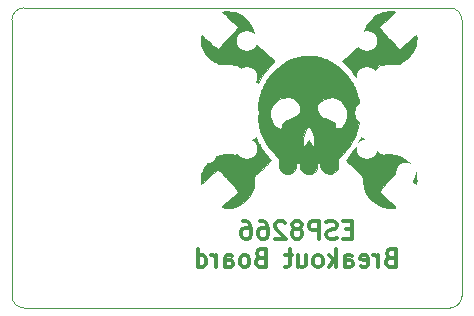
<source format=gbo>
G04 #@! TF.FileFunction,Legend,Bot*
%FSLAX46Y46*%
G04 Gerber Fmt 4.6, Leading zero omitted, Abs format (unit mm)*
G04 Created by KiCad (PCBNEW (2015-07-01 BZR 5850)-product) date Mon Jul 20 16:06:04 2015*
%MOMM*%
G01*
G04 APERTURE LIST*
%ADD10C,0.100000*%
%ADD11C,0.300000*%
%ADD12C,1.524000*%
%ADD13C,1.727200*%
%ADD14O,1.727200X1.727200*%
%ADD15O,1.524000X3.048000*%
%ADD16C,1.998980*%
G04 APERTURE END LIST*
D10*
X165100000Y-77216000D02*
X165100000Y-100584000D01*
X128016000Y-76200000D02*
X164084000Y-76200000D01*
X127000000Y-100584000D02*
X127000000Y-77216000D01*
X164084000Y-101600000D02*
X128016000Y-101600000D01*
X127000000Y-100584000D02*
G75*
G03X128016000Y-101600000I1016000J0D01*
G01*
X128016000Y-76200000D02*
G75*
G03X127000000Y-77216000I0J-1016000D01*
G01*
X165100000Y-77216000D02*
G75*
G03X164084000Y-76200000I-1016000J0D01*
G01*
X164084000Y-101600000D02*
G75*
G03X165100000Y-100584000I0J1016000D01*
G01*
D11*
X155772856Y-94958857D02*
X155272856Y-94958857D01*
X155058570Y-95744571D02*
X155772856Y-95744571D01*
X155772856Y-94244571D01*
X155058570Y-94244571D01*
X154487142Y-95673143D02*
X154272856Y-95744571D01*
X153915713Y-95744571D01*
X153772856Y-95673143D01*
X153701427Y-95601714D01*
X153629999Y-95458857D01*
X153629999Y-95316000D01*
X153701427Y-95173143D01*
X153772856Y-95101714D01*
X153915713Y-95030286D01*
X154201427Y-94958857D01*
X154344285Y-94887429D01*
X154415713Y-94816000D01*
X154487142Y-94673143D01*
X154487142Y-94530286D01*
X154415713Y-94387429D01*
X154344285Y-94316000D01*
X154201427Y-94244571D01*
X153844285Y-94244571D01*
X153629999Y-94316000D01*
X152987142Y-95744571D02*
X152987142Y-94244571D01*
X152415714Y-94244571D01*
X152272856Y-94316000D01*
X152201428Y-94387429D01*
X152129999Y-94530286D01*
X152129999Y-94744571D01*
X152201428Y-94887429D01*
X152272856Y-94958857D01*
X152415714Y-95030286D01*
X152987142Y-95030286D01*
X151272856Y-94887429D02*
X151415714Y-94816000D01*
X151487142Y-94744571D01*
X151558571Y-94601714D01*
X151558571Y-94530286D01*
X151487142Y-94387429D01*
X151415714Y-94316000D01*
X151272856Y-94244571D01*
X150987142Y-94244571D01*
X150844285Y-94316000D01*
X150772856Y-94387429D01*
X150701428Y-94530286D01*
X150701428Y-94601714D01*
X150772856Y-94744571D01*
X150844285Y-94816000D01*
X150987142Y-94887429D01*
X151272856Y-94887429D01*
X151415714Y-94958857D01*
X151487142Y-95030286D01*
X151558571Y-95173143D01*
X151558571Y-95458857D01*
X151487142Y-95601714D01*
X151415714Y-95673143D01*
X151272856Y-95744571D01*
X150987142Y-95744571D01*
X150844285Y-95673143D01*
X150772856Y-95601714D01*
X150701428Y-95458857D01*
X150701428Y-95173143D01*
X150772856Y-95030286D01*
X150844285Y-94958857D01*
X150987142Y-94887429D01*
X150130000Y-94387429D02*
X150058571Y-94316000D01*
X149915714Y-94244571D01*
X149558571Y-94244571D01*
X149415714Y-94316000D01*
X149344285Y-94387429D01*
X149272857Y-94530286D01*
X149272857Y-94673143D01*
X149344285Y-94887429D01*
X150201428Y-95744571D01*
X149272857Y-95744571D01*
X147987143Y-94244571D02*
X148272857Y-94244571D01*
X148415714Y-94316000D01*
X148487143Y-94387429D01*
X148630000Y-94601714D01*
X148701429Y-94887429D01*
X148701429Y-95458857D01*
X148630000Y-95601714D01*
X148558572Y-95673143D01*
X148415714Y-95744571D01*
X148130000Y-95744571D01*
X147987143Y-95673143D01*
X147915714Y-95601714D01*
X147844286Y-95458857D01*
X147844286Y-95101714D01*
X147915714Y-94958857D01*
X147987143Y-94887429D01*
X148130000Y-94816000D01*
X148415714Y-94816000D01*
X148558572Y-94887429D01*
X148630000Y-94958857D01*
X148701429Y-95101714D01*
X146558572Y-94244571D02*
X146844286Y-94244571D01*
X146987143Y-94316000D01*
X147058572Y-94387429D01*
X147201429Y-94601714D01*
X147272858Y-94887429D01*
X147272858Y-95458857D01*
X147201429Y-95601714D01*
X147130001Y-95673143D01*
X146987143Y-95744571D01*
X146701429Y-95744571D01*
X146558572Y-95673143D01*
X146487143Y-95601714D01*
X146415715Y-95458857D01*
X146415715Y-95101714D01*
X146487143Y-94958857D01*
X146558572Y-94887429D01*
X146701429Y-94816000D01*
X146987143Y-94816000D01*
X147130001Y-94887429D01*
X147201429Y-94958857D01*
X147272858Y-95101714D01*
X159022857Y-97358857D02*
X158808571Y-97430286D01*
X158737143Y-97501714D01*
X158665714Y-97644571D01*
X158665714Y-97858857D01*
X158737143Y-98001714D01*
X158808571Y-98073143D01*
X158951429Y-98144571D01*
X159522857Y-98144571D01*
X159522857Y-96644571D01*
X159022857Y-96644571D01*
X158880000Y-96716000D01*
X158808571Y-96787429D01*
X158737143Y-96930286D01*
X158737143Y-97073143D01*
X158808571Y-97216000D01*
X158880000Y-97287429D01*
X159022857Y-97358857D01*
X159522857Y-97358857D01*
X158022857Y-98144571D02*
X158022857Y-97144571D01*
X158022857Y-97430286D02*
X157951429Y-97287429D01*
X157880000Y-97216000D01*
X157737143Y-97144571D01*
X157594286Y-97144571D01*
X156522858Y-98073143D02*
X156665715Y-98144571D01*
X156951429Y-98144571D01*
X157094286Y-98073143D01*
X157165715Y-97930286D01*
X157165715Y-97358857D01*
X157094286Y-97216000D01*
X156951429Y-97144571D01*
X156665715Y-97144571D01*
X156522858Y-97216000D01*
X156451429Y-97358857D01*
X156451429Y-97501714D01*
X157165715Y-97644571D01*
X155165715Y-98144571D02*
X155165715Y-97358857D01*
X155237144Y-97216000D01*
X155380001Y-97144571D01*
X155665715Y-97144571D01*
X155808572Y-97216000D01*
X155165715Y-98073143D02*
X155308572Y-98144571D01*
X155665715Y-98144571D01*
X155808572Y-98073143D01*
X155880001Y-97930286D01*
X155880001Y-97787429D01*
X155808572Y-97644571D01*
X155665715Y-97573143D01*
X155308572Y-97573143D01*
X155165715Y-97501714D01*
X154451429Y-98144571D02*
X154451429Y-96644571D01*
X154308572Y-97573143D02*
X153880001Y-98144571D01*
X153880001Y-97144571D02*
X154451429Y-97716000D01*
X153022857Y-98144571D02*
X153165715Y-98073143D01*
X153237143Y-98001714D01*
X153308572Y-97858857D01*
X153308572Y-97430286D01*
X153237143Y-97287429D01*
X153165715Y-97216000D01*
X153022857Y-97144571D01*
X152808572Y-97144571D01*
X152665715Y-97216000D01*
X152594286Y-97287429D01*
X152522857Y-97430286D01*
X152522857Y-97858857D01*
X152594286Y-98001714D01*
X152665715Y-98073143D01*
X152808572Y-98144571D01*
X153022857Y-98144571D01*
X151237143Y-97144571D02*
X151237143Y-98144571D01*
X151880000Y-97144571D02*
X151880000Y-97930286D01*
X151808572Y-98073143D01*
X151665714Y-98144571D01*
X151451429Y-98144571D01*
X151308572Y-98073143D01*
X151237143Y-98001714D01*
X150737143Y-97144571D02*
X150165714Y-97144571D01*
X150522857Y-96644571D02*
X150522857Y-97930286D01*
X150451429Y-98073143D01*
X150308571Y-98144571D01*
X150165714Y-98144571D01*
X148022857Y-97358857D02*
X147808571Y-97430286D01*
X147737143Y-97501714D01*
X147665714Y-97644571D01*
X147665714Y-97858857D01*
X147737143Y-98001714D01*
X147808571Y-98073143D01*
X147951429Y-98144571D01*
X148522857Y-98144571D01*
X148522857Y-96644571D01*
X148022857Y-96644571D01*
X147880000Y-96716000D01*
X147808571Y-96787429D01*
X147737143Y-96930286D01*
X147737143Y-97073143D01*
X147808571Y-97216000D01*
X147880000Y-97287429D01*
X148022857Y-97358857D01*
X148522857Y-97358857D01*
X146808571Y-98144571D02*
X146951429Y-98073143D01*
X147022857Y-98001714D01*
X147094286Y-97858857D01*
X147094286Y-97430286D01*
X147022857Y-97287429D01*
X146951429Y-97216000D01*
X146808571Y-97144571D01*
X146594286Y-97144571D01*
X146451429Y-97216000D01*
X146380000Y-97287429D01*
X146308571Y-97430286D01*
X146308571Y-97858857D01*
X146380000Y-98001714D01*
X146451429Y-98073143D01*
X146594286Y-98144571D01*
X146808571Y-98144571D01*
X145022857Y-98144571D02*
X145022857Y-97358857D01*
X145094286Y-97216000D01*
X145237143Y-97144571D01*
X145522857Y-97144571D01*
X145665714Y-97216000D01*
X145022857Y-98073143D02*
X145165714Y-98144571D01*
X145522857Y-98144571D01*
X145665714Y-98073143D01*
X145737143Y-97930286D01*
X145737143Y-97787429D01*
X145665714Y-97644571D01*
X145522857Y-97573143D01*
X145165714Y-97573143D01*
X145022857Y-97501714D01*
X144308571Y-98144571D02*
X144308571Y-97144571D01*
X144308571Y-97430286D02*
X144237143Y-97287429D01*
X144165714Y-97216000D01*
X144022857Y-97144571D01*
X143880000Y-97144571D01*
X142737143Y-98144571D02*
X142737143Y-96644571D01*
X142737143Y-98073143D02*
X142880000Y-98144571D01*
X143165714Y-98144571D01*
X143308572Y-98073143D01*
X143380000Y-98001714D01*
X143451429Y-97858857D01*
X143451429Y-97430286D01*
X143380000Y-97287429D01*
X143308572Y-97216000D01*
X143165714Y-97144571D01*
X142880000Y-97144571D01*
X142737143Y-97216000D01*
D10*
G36*
X155254909Y-89122250D02*
X155462580Y-89306996D01*
X155603024Y-89432248D01*
X155804019Y-89611886D01*
X156031560Y-89815510D01*
X156137326Y-89910246D01*
X156341038Y-90091642D01*
X156510400Y-90240347D01*
X156622473Y-90336333D01*
X156652998Y-90360500D01*
X156678641Y-90434266D01*
X156704964Y-90603478D01*
X156727512Y-90836681D01*
X156733954Y-90932000D01*
X156786479Y-91367204D01*
X156898160Y-91730748D01*
X157087800Y-92071388D01*
X157263866Y-92306196D01*
X157439594Y-92491930D01*
X157653075Y-92673497D01*
X157872114Y-92827885D01*
X158064519Y-92932081D01*
X158184096Y-92964000D01*
X158289801Y-92994959D01*
X158316084Y-93027016D01*
X158385924Y-93062500D01*
X158546243Y-93093195D01*
X158760541Y-93116513D01*
X158992315Y-93129869D01*
X159205064Y-93130673D01*
X159362286Y-93116338D01*
X159405266Y-93104228D01*
X159452045Y-93068042D01*
X159437918Y-93009943D01*
X159350397Y-92911274D01*
X159176990Y-92753376D01*
X159161033Y-92739378D01*
X158929910Y-92534824D01*
X158687082Y-92316650D01*
X158509360Y-92154375D01*
X158349198Y-92013337D01*
X158223757Y-91915669D01*
X158166219Y-91884500D01*
X158109418Y-91842540D01*
X158133023Y-91729568D01*
X158228212Y-91564948D01*
X158386164Y-91368041D01*
X158416625Y-91334882D01*
X158686837Y-91043510D01*
X158951254Y-90754041D01*
X159194646Y-90483589D01*
X159401781Y-90249267D01*
X159557427Y-90068190D01*
X159646354Y-89957472D01*
X159658031Y-89940045D01*
X159727244Y-89864659D01*
X159817122Y-89877656D01*
X159956158Y-89984113D01*
X159968664Y-89995375D01*
X160088477Y-90103053D01*
X160270436Y-90265593D01*
X160481641Y-90453624D01*
X160555513Y-90519250D01*
X160762046Y-90704172D01*
X160943345Y-90869288D01*
X161069983Y-90987697D01*
X161097787Y-91014986D01*
X161183496Y-91090298D01*
X161224725Y-91062386D01*
X161248784Y-90978861D01*
X161259510Y-90839984D01*
X161247691Y-90639788D01*
X161219229Y-90416450D01*
X161180025Y-90208150D01*
X161135981Y-90053065D01*
X161095924Y-89990083D01*
X161037930Y-89917455D01*
X161036000Y-89899268D01*
X160989512Y-89764050D01*
X160865714Y-89578753D01*
X160688109Y-89370540D01*
X160480197Y-89166575D01*
X160265480Y-88994019D01*
X160234226Y-88972583D01*
X159828027Y-88749053D01*
X159412732Y-88625996D01*
X158951570Y-88594610D01*
X158713375Y-88608581D01*
X158437233Y-88624841D01*
X158262637Y-88611927D01*
X158167667Y-88568676D01*
X158086372Y-88494895D01*
X157933414Y-88357619D01*
X157732074Y-88177700D01*
X157544987Y-88011000D01*
X157301965Y-87794227D01*
X157069309Y-87585813D01*
X156878208Y-87413745D01*
X156784532Y-87328688D01*
X156648280Y-87207630D01*
X156574802Y-87165350D01*
X156533177Y-87194892D01*
X156502181Y-87265188D01*
X156212607Y-87870603D01*
X155837358Y-88440704D01*
X155462580Y-88892273D01*
X155254909Y-89122250D01*
X155254909Y-89122250D01*
X155254909Y-89122250D01*
G37*
X155254909Y-89122250D02*
X155462580Y-89306996D01*
X155603024Y-89432248D01*
X155804019Y-89611886D01*
X156031560Y-89815510D01*
X156137326Y-89910246D01*
X156341038Y-90091642D01*
X156510400Y-90240347D01*
X156622473Y-90336333D01*
X156652998Y-90360500D01*
X156678641Y-90434266D01*
X156704964Y-90603478D01*
X156727512Y-90836681D01*
X156733954Y-90932000D01*
X156786479Y-91367204D01*
X156898160Y-91730748D01*
X157087800Y-92071388D01*
X157263866Y-92306196D01*
X157439594Y-92491930D01*
X157653075Y-92673497D01*
X157872114Y-92827885D01*
X158064519Y-92932081D01*
X158184096Y-92964000D01*
X158289801Y-92994959D01*
X158316084Y-93027016D01*
X158385924Y-93062500D01*
X158546243Y-93093195D01*
X158760541Y-93116513D01*
X158992315Y-93129869D01*
X159205064Y-93130673D01*
X159362286Y-93116338D01*
X159405266Y-93104228D01*
X159452045Y-93068042D01*
X159437918Y-93009943D01*
X159350397Y-92911274D01*
X159176990Y-92753376D01*
X159161033Y-92739378D01*
X158929910Y-92534824D01*
X158687082Y-92316650D01*
X158509360Y-92154375D01*
X158349198Y-92013337D01*
X158223757Y-91915669D01*
X158166219Y-91884500D01*
X158109418Y-91842540D01*
X158133023Y-91729568D01*
X158228212Y-91564948D01*
X158386164Y-91368041D01*
X158416625Y-91334882D01*
X158686837Y-91043510D01*
X158951254Y-90754041D01*
X159194646Y-90483589D01*
X159401781Y-90249267D01*
X159557427Y-90068190D01*
X159646354Y-89957472D01*
X159658031Y-89940045D01*
X159727244Y-89864659D01*
X159817122Y-89877656D01*
X159956158Y-89984113D01*
X159968664Y-89995375D01*
X160088477Y-90103053D01*
X160270436Y-90265593D01*
X160481641Y-90453624D01*
X160555513Y-90519250D01*
X160762046Y-90704172D01*
X160943345Y-90869288D01*
X161069983Y-90987697D01*
X161097787Y-91014986D01*
X161183496Y-91090298D01*
X161224725Y-91062386D01*
X161248784Y-90978861D01*
X161259510Y-90839984D01*
X161247691Y-90639788D01*
X161219229Y-90416450D01*
X161180025Y-90208150D01*
X161135981Y-90053065D01*
X161095924Y-89990083D01*
X161037930Y-89917455D01*
X161036000Y-89899268D01*
X160989512Y-89764050D01*
X160865714Y-89578753D01*
X160688109Y-89370540D01*
X160480197Y-89166575D01*
X160265480Y-88994019D01*
X160234226Y-88972583D01*
X159828027Y-88749053D01*
X159412732Y-88625996D01*
X158951570Y-88594610D01*
X158713375Y-88608581D01*
X158437233Y-88624841D01*
X158262637Y-88611927D01*
X158167667Y-88568676D01*
X158086372Y-88494895D01*
X157933414Y-88357619D01*
X157732074Y-88177700D01*
X157544987Y-88011000D01*
X157301965Y-87794227D01*
X157069309Y-87585813D01*
X156878208Y-87413745D01*
X156784532Y-87328688D01*
X156648280Y-87207630D01*
X156574802Y-87165350D01*
X156533177Y-87194892D01*
X156502181Y-87265188D01*
X156212607Y-87870603D01*
X155837358Y-88440704D01*
X155462580Y-88892273D01*
X155254909Y-89122250D01*
X155254909Y-89122250D01*
G36*
X143014994Y-90707930D02*
X143033750Y-91117132D01*
X143324260Y-90849941D01*
X143670091Y-90533195D01*
X143962486Y-90268074D01*
X144191420Y-90063543D01*
X144346864Y-89928568D01*
X144416335Y-89873536D01*
X144489416Y-89894635D01*
X144607008Y-89989553D01*
X144666582Y-90051373D01*
X144794451Y-90193622D01*
X144977058Y-90396469D01*
X145184066Y-90626220D01*
X145288000Y-90741500D01*
X145496791Y-90973123D01*
X145697423Y-91195864D01*
X145859101Y-91375526D01*
X145915493Y-91438276D01*
X146036614Y-91601262D01*
X146105648Y-91749927D01*
X146112538Y-91854334D01*
X146065875Y-91885899D01*
X145998223Y-91926466D01*
X145866747Y-92031446D01*
X145700750Y-92177357D01*
X145472806Y-92383348D01*
X145215410Y-92612680D01*
X145044563Y-92762963D01*
X144871584Y-92917018D01*
X144784239Y-93009405D01*
X144771096Y-93060358D01*
X144820727Y-93090109D01*
X144854063Y-93100175D01*
X145048606Y-93130363D01*
X145300359Y-93139711D01*
X145541081Y-93127180D01*
X145637250Y-93112110D01*
X145806700Y-93062634D01*
X145891250Y-93030635D01*
X146039799Y-92970500D01*
X146223160Y-92899597D01*
X146228952Y-92897412D01*
X146415748Y-92793059D01*
X146638675Y-92619505D01*
X146866936Y-92406855D01*
X147069730Y-92185215D01*
X147216258Y-91984689D01*
X147265229Y-91884500D01*
X147331742Y-91726399D01*
X147397018Y-91626578D01*
X147405869Y-91619356D01*
X147437077Y-91540861D01*
X147466715Y-91365981D01*
X147490313Y-91125297D01*
X147498710Y-90984356D01*
X147516211Y-90722818D01*
X147540117Y-90512421D01*
X147566529Y-90383181D01*
X147580102Y-90357921D01*
X147653957Y-90299079D01*
X147800374Y-90174110D01*
X147997694Y-90002046D01*
X148224257Y-89801915D01*
X148458406Y-89592749D01*
X148678482Y-89393576D01*
X148699475Y-89374398D01*
X148979261Y-89118547D01*
X148781423Y-88898148D01*
X148598324Y-88684381D01*
X148413844Y-88452598D01*
X148246115Y-88227653D01*
X148113265Y-88034398D01*
X148033427Y-87897685D01*
X148018500Y-87852384D01*
X147974149Y-87745519D01*
X147933528Y-87702029D01*
X147862296Y-87599089D01*
X147789402Y-87429431D01*
X147771585Y-87374606D01*
X147694616Y-87117704D01*
X147491433Y-87303586D01*
X147361196Y-87420700D01*
X147163607Y-87595951D01*
X146927160Y-87804153D01*
X146716750Y-87988358D01*
X146488819Y-88190152D01*
X146294991Y-88367029D01*
X146156273Y-88499463D01*
X146094402Y-88566747D01*
X146028568Y-88606195D01*
X145884401Y-88621668D01*
X145642368Y-88614463D01*
X145512593Y-88605432D01*
X145069776Y-88593822D01*
X144701077Y-88641954D01*
X144363556Y-88760308D01*
X144014276Y-88959367D01*
X143986090Y-88978054D01*
X143712407Y-89183882D01*
X143496060Y-89408105D01*
X143306539Y-89687600D01*
X143143719Y-89996239D01*
X143053801Y-90219217D01*
X143015052Y-90441240D01*
X143014994Y-90707930D01*
X143014994Y-90707930D01*
X143014994Y-90707930D01*
G37*
X143014994Y-90707930D02*
X143033750Y-91117132D01*
X143324260Y-90849941D01*
X143670091Y-90533195D01*
X143962486Y-90268074D01*
X144191420Y-90063543D01*
X144346864Y-89928568D01*
X144416335Y-89873536D01*
X144489416Y-89894635D01*
X144607008Y-89989553D01*
X144666582Y-90051373D01*
X144794451Y-90193622D01*
X144977058Y-90396469D01*
X145184066Y-90626220D01*
X145288000Y-90741500D01*
X145496791Y-90973123D01*
X145697423Y-91195864D01*
X145859101Y-91375526D01*
X145915493Y-91438276D01*
X146036614Y-91601262D01*
X146105648Y-91749927D01*
X146112538Y-91854334D01*
X146065875Y-91885899D01*
X145998223Y-91926466D01*
X145866747Y-92031446D01*
X145700750Y-92177357D01*
X145472806Y-92383348D01*
X145215410Y-92612680D01*
X145044563Y-92762963D01*
X144871584Y-92917018D01*
X144784239Y-93009405D01*
X144771096Y-93060358D01*
X144820727Y-93090109D01*
X144854063Y-93100175D01*
X145048606Y-93130363D01*
X145300359Y-93139711D01*
X145541081Y-93127180D01*
X145637250Y-93112110D01*
X145806700Y-93062634D01*
X145891250Y-93030635D01*
X146039799Y-92970500D01*
X146223160Y-92899597D01*
X146228952Y-92897412D01*
X146415748Y-92793059D01*
X146638675Y-92619505D01*
X146866936Y-92406855D01*
X147069730Y-92185215D01*
X147216258Y-91984689D01*
X147265229Y-91884500D01*
X147331742Y-91726399D01*
X147397018Y-91626578D01*
X147405869Y-91619356D01*
X147437077Y-91540861D01*
X147466715Y-91365981D01*
X147490313Y-91125297D01*
X147498710Y-90984356D01*
X147516211Y-90722818D01*
X147540117Y-90512421D01*
X147566529Y-90383181D01*
X147580102Y-90357921D01*
X147653957Y-90299079D01*
X147800374Y-90174110D01*
X147997694Y-90002046D01*
X148224257Y-89801915D01*
X148458406Y-89592749D01*
X148678482Y-89393576D01*
X148699475Y-89374398D01*
X148979261Y-89118547D01*
X148781423Y-88898148D01*
X148598324Y-88684381D01*
X148413844Y-88452598D01*
X148246115Y-88227653D01*
X148113265Y-88034398D01*
X148033427Y-87897685D01*
X148018500Y-87852384D01*
X147974149Y-87745519D01*
X147933528Y-87702029D01*
X147862296Y-87599089D01*
X147789402Y-87429431D01*
X147771585Y-87374606D01*
X147694616Y-87117704D01*
X147491433Y-87303586D01*
X147361196Y-87420700D01*
X147163607Y-87595951D01*
X146927160Y-87804153D01*
X146716750Y-87988358D01*
X146488819Y-88190152D01*
X146294991Y-88367029D01*
X146156273Y-88499463D01*
X146094402Y-88566747D01*
X146028568Y-88606195D01*
X145884401Y-88621668D01*
X145642368Y-88614463D01*
X145512593Y-88605432D01*
X145069776Y-88593822D01*
X144701077Y-88641954D01*
X144363556Y-88760308D01*
X144014276Y-88959367D01*
X143986090Y-88978054D01*
X143712407Y-89183882D01*
X143496060Y-89408105D01*
X143306539Y-89687600D01*
X143143719Y-89996239D01*
X143053801Y-90219217D01*
X143015052Y-90441240D01*
X143014994Y-90707930D01*
X143014994Y-90707930D01*
G36*
X147857595Y-85054923D02*
X147860360Y-85405151D01*
X147868945Y-85730298D01*
X147883358Y-86005039D01*
X147903606Y-86204049D01*
X147929693Y-86302004D01*
X147930190Y-86302653D01*
X147991331Y-86426096D01*
X148039772Y-86598303D01*
X148039940Y-86599188D01*
X148150899Y-86966974D01*
X148344750Y-87381069D01*
X148603133Y-87811120D01*
X148844000Y-88139856D01*
X148844000Y-85225179D01*
X148896402Y-84880395D01*
X149039725Y-84541844D01*
X149253141Y-84236221D01*
X149515825Y-83990217D01*
X149806952Y-83830525D01*
X149963486Y-83790334D01*
X150390449Y-83776236D01*
X150760980Y-83872922D01*
X151041629Y-84046286D01*
X151292377Y-84305970D01*
X151418102Y-84577463D01*
X151422044Y-84856536D01*
X151383168Y-84997788D01*
X151313719Y-85119993D01*
X151197298Y-85235456D01*
X151017506Y-85356481D01*
X150757945Y-85495373D01*
X150402216Y-85664435D01*
X150256947Y-85730749D01*
X150061048Y-85829216D01*
X149952633Y-85919189D01*
X149899062Y-86033385D01*
X149883482Y-86105082D01*
X149849537Y-86266934D01*
X149819274Y-86369558D01*
X149816163Y-86375875D01*
X149722340Y-86427573D01*
X149569847Y-86399001D01*
X149389336Y-86300165D01*
X149263763Y-86195542D01*
X149118042Y-86024935D01*
X149015439Y-85851509D01*
X148991820Y-85781471D01*
X148948196Y-85637408D01*
X148899299Y-85561181D01*
X148866718Y-85482706D01*
X148846851Y-85322384D01*
X148844000Y-85225179D01*
X148844000Y-88139856D01*
X148907686Y-88226776D01*
X149240048Y-88597684D01*
X149262068Y-88619414D01*
X149656596Y-89005579D01*
X149628805Y-89413164D01*
X149624602Y-89685850D01*
X149669997Y-89876621D01*
X149785005Y-90027068D01*
X149989638Y-90178785D01*
X150000641Y-90185901D01*
X150242609Y-90284646D01*
X150497716Y-90267300D01*
X150678097Y-90195925D01*
X150917325Y-90017761D01*
X151048838Y-89772959D01*
X151078396Y-89575443D01*
X151096459Y-89420254D01*
X151151022Y-89355463D01*
X151235539Y-89344500D01*
X151334045Y-89361831D01*
X151376709Y-89437777D01*
X151386113Y-89582625D01*
X151431707Y-89823837D01*
X151574492Y-90027474D01*
X151638033Y-90076784D01*
X151638033Y-87487125D01*
X151658897Y-87229427D01*
X151713968Y-86943297D01*
X151792015Y-86669426D01*
X151881810Y-86448506D01*
X151955679Y-86336074D01*
X152051799Y-86308211D01*
X152172451Y-86321245D01*
X152286468Y-86377825D01*
X152362226Y-86500191D01*
X152407160Y-86647875D01*
X152461302Y-86825598D01*
X152515142Y-86945115D01*
X152534811Y-86968076D01*
X152562576Y-87044313D01*
X152582530Y-87211806D01*
X152590491Y-87434862D01*
X152590500Y-87443247D01*
X152586782Y-87676187D01*
X152570639Y-87809264D01*
X152534590Y-87869518D01*
X152471151Y-87883990D01*
X152468546Y-87884000D01*
X152359726Y-87830462D01*
X152305714Y-87697887D01*
X152248577Y-87539203D01*
X152179543Y-87440987D01*
X152114637Y-87420353D01*
X152049509Y-87488619D01*
X151980904Y-87627099D01*
X151872980Y-87810237D01*
X151763754Y-87883311D01*
X151752780Y-87884000D01*
X151689211Y-87866792D01*
X151654299Y-87796693D01*
X151640032Y-87645986D01*
X151638033Y-87487125D01*
X151638033Y-90076784D01*
X151778641Y-90185901D01*
X152029251Y-90280990D01*
X152285678Y-90268758D01*
X152521233Y-90164651D01*
X152709227Y-89984117D01*
X152803812Y-89783285D01*
X152803812Y-84564823D01*
X152839832Y-84463723D01*
X153073558Y-84153862D01*
X153384314Y-83927950D01*
X153745087Y-83797710D01*
X154128862Y-83774860D01*
X154340778Y-83812535D01*
X154600120Y-83925752D01*
X154856877Y-84109371D01*
X155071097Y-84329129D01*
X155202829Y-84550763D01*
X155203396Y-84552320D01*
X155267633Y-84695840D01*
X155324848Y-84769795D01*
X155333757Y-84772500D01*
X155363006Y-84829055D01*
X155379407Y-84972368D01*
X155383548Y-85162910D01*
X155376016Y-85361152D01*
X155357401Y-85527564D01*
X155328290Y-85622617D01*
X155321000Y-85629750D01*
X155268723Y-85718803D01*
X155257500Y-85799718D01*
X155214552Y-85915566D01*
X155104188Y-86073383D01*
X155006467Y-86181474D01*
X154831232Y-86337032D01*
X154692010Y-86406406D01*
X154578594Y-86412129D01*
X154456741Y-86378344D01*
X154393301Y-86287952D01*
X154363259Y-86152923D01*
X154332272Y-85993175D01*
X154304035Y-85898473D01*
X154299008Y-85890870D01*
X154214342Y-85840772D01*
X154055202Y-85763552D01*
X153861952Y-85676916D01*
X153674955Y-85598569D01*
X153534575Y-85546217D01*
X153486568Y-85534500D01*
X153432948Y-85527556D01*
X153369020Y-85494621D01*
X153268731Y-85417537D01*
X153106025Y-85278144D01*
X153055890Y-85234361D01*
X152894279Y-85032267D01*
X152806222Y-84794711D01*
X152803812Y-84564823D01*
X152803812Y-89783285D01*
X152822972Y-89742603D01*
X152844500Y-89568984D01*
X152859238Y-89413597D01*
X152914836Y-89350997D01*
X152964434Y-89344500D01*
X153057979Y-89385055D01*
X153116446Y-89522348D01*
X153127803Y-89576033D01*
X153235263Y-89892323D01*
X153425083Y-90116509D01*
X153559079Y-90200253D01*
X153848691Y-90284284D01*
X154127170Y-90249956D01*
X154223741Y-90206482D01*
X154448502Y-90033715D01*
X154575495Y-89807672D01*
X154615417Y-89506278D01*
X154612384Y-89404235D01*
X154590750Y-89022393D01*
X155003500Y-88595282D01*
X155324614Y-88248115D01*
X155564901Y-87950253D01*
X155744517Y-87673983D01*
X155883614Y-87391591D01*
X155890209Y-87376000D01*
X155975598Y-87192619D01*
X156045859Y-87058500D01*
X156116572Y-86888659D01*
X156174379Y-86678244D01*
X156180704Y-86645750D01*
X156223664Y-86465719D01*
X156272956Y-86336437D01*
X156284430Y-86318550D01*
X156329594Y-86196154D01*
X156364450Y-85973917D01*
X156388937Y-85678407D01*
X156402996Y-85336187D01*
X156406565Y-84973825D01*
X156399585Y-84617884D01*
X156381996Y-84294932D01*
X156353736Y-84031532D01*
X156314746Y-83854251D01*
X156290135Y-83804823D01*
X156237916Y-83692763D01*
X156189846Y-83517888D01*
X156182037Y-83478011D01*
X156118814Y-83248691D01*
X156024497Y-83020883D01*
X156015007Y-83002701D01*
X155937795Y-82848344D01*
X155895334Y-82743443D01*
X155892500Y-82728385D01*
X155860172Y-82652177D01*
X155778536Y-82512864D01*
X155732586Y-82441694D01*
X155615505Y-82263425D01*
X155516611Y-82109762D01*
X155494461Y-82074455D01*
X155360817Y-81898263D01*
X155163328Y-81686914D01*
X154923856Y-81458770D01*
X154664261Y-81232191D01*
X154406405Y-81025540D01*
X154172149Y-80857176D01*
X153983352Y-80745462D01*
X153868137Y-80708500D01*
X153800406Y-80668772D01*
X153797000Y-80651333D01*
X153740701Y-80606443D01*
X153595846Y-80551728D01*
X153463625Y-80516017D01*
X153257992Y-80458840D01*
X153096450Y-80398017D01*
X153041116Y-80366809D01*
X152939415Y-80336346D01*
X152741250Y-80314177D01*
X152476769Y-80300287D01*
X152176117Y-80294660D01*
X151869440Y-80297279D01*
X151586884Y-80308129D01*
X151358594Y-80327194D01*
X151214718Y-80354458D01*
X151187385Y-80367792D01*
X151065214Y-80430656D01*
X150891772Y-80483992D01*
X150883296Y-80485847D01*
X150637917Y-80567359D01*
X150315102Y-80719750D01*
X149935410Y-80933118D01*
X149860000Y-80978836D01*
X149724990Y-81080532D01*
X149532067Y-81249132D01*
X149309073Y-81457861D01*
X149083847Y-81679944D01*
X148884230Y-81888606D01*
X148738062Y-82057073D01*
X148735584Y-82060218D01*
X148629147Y-82220991D01*
X148497355Y-82455724D01*
X148357141Y-82729647D01*
X148225435Y-83007991D01*
X148119168Y-83255987D01*
X148055271Y-83438864D01*
X148047257Y-83473782D01*
X148000729Y-83658139D01*
X147943112Y-83795929D01*
X147930846Y-83813944D01*
X147904608Y-83909702D01*
X147884157Y-84107004D01*
X147869500Y-84380525D01*
X147860644Y-84704940D01*
X147857595Y-85054923D01*
X147857595Y-85054923D01*
X147857595Y-85054923D01*
G37*
X147857595Y-85054923D02*
X147860360Y-85405151D01*
X147868945Y-85730298D01*
X147883358Y-86005039D01*
X147903606Y-86204049D01*
X147929693Y-86302004D01*
X147930190Y-86302653D01*
X147991331Y-86426096D01*
X148039772Y-86598303D01*
X148039940Y-86599188D01*
X148150899Y-86966974D01*
X148344750Y-87381069D01*
X148603133Y-87811120D01*
X148844000Y-88139856D01*
X148844000Y-85225179D01*
X148896402Y-84880395D01*
X149039725Y-84541844D01*
X149253141Y-84236221D01*
X149515825Y-83990217D01*
X149806952Y-83830525D01*
X149963486Y-83790334D01*
X150390449Y-83776236D01*
X150760980Y-83872922D01*
X151041629Y-84046286D01*
X151292377Y-84305970D01*
X151418102Y-84577463D01*
X151422044Y-84856536D01*
X151383168Y-84997788D01*
X151313719Y-85119993D01*
X151197298Y-85235456D01*
X151017506Y-85356481D01*
X150757945Y-85495373D01*
X150402216Y-85664435D01*
X150256947Y-85730749D01*
X150061048Y-85829216D01*
X149952633Y-85919189D01*
X149899062Y-86033385D01*
X149883482Y-86105082D01*
X149849537Y-86266934D01*
X149819274Y-86369558D01*
X149816163Y-86375875D01*
X149722340Y-86427573D01*
X149569847Y-86399001D01*
X149389336Y-86300165D01*
X149263763Y-86195542D01*
X149118042Y-86024935D01*
X149015439Y-85851509D01*
X148991820Y-85781471D01*
X148948196Y-85637408D01*
X148899299Y-85561181D01*
X148866718Y-85482706D01*
X148846851Y-85322384D01*
X148844000Y-85225179D01*
X148844000Y-88139856D01*
X148907686Y-88226776D01*
X149240048Y-88597684D01*
X149262068Y-88619414D01*
X149656596Y-89005579D01*
X149628805Y-89413164D01*
X149624602Y-89685850D01*
X149669997Y-89876621D01*
X149785005Y-90027068D01*
X149989638Y-90178785D01*
X150000641Y-90185901D01*
X150242609Y-90284646D01*
X150497716Y-90267300D01*
X150678097Y-90195925D01*
X150917325Y-90017761D01*
X151048838Y-89772959D01*
X151078396Y-89575443D01*
X151096459Y-89420254D01*
X151151022Y-89355463D01*
X151235539Y-89344500D01*
X151334045Y-89361831D01*
X151376709Y-89437777D01*
X151386113Y-89582625D01*
X151431707Y-89823837D01*
X151574492Y-90027474D01*
X151638033Y-90076784D01*
X151638033Y-87487125D01*
X151658897Y-87229427D01*
X151713968Y-86943297D01*
X151792015Y-86669426D01*
X151881810Y-86448506D01*
X151955679Y-86336074D01*
X152051799Y-86308211D01*
X152172451Y-86321245D01*
X152286468Y-86377825D01*
X152362226Y-86500191D01*
X152407160Y-86647875D01*
X152461302Y-86825598D01*
X152515142Y-86945115D01*
X152534811Y-86968076D01*
X152562576Y-87044313D01*
X152582530Y-87211806D01*
X152590491Y-87434862D01*
X152590500Y-87443247D01*
X152586782Y-87676187D01*
X152570639Y-87809264D01*
X152534590Y-87869518D01*
X152471151Y-87883990D01*
X152468546Y-87884000D01*
X152359726Y-87830462D01*
X152305714Y-87697887D01*
X152248577Y-87539203D01*
X152179543Y-87440987D01*
X152114637Y-87420353D01*
X152049509Y-87488619D01*
X151980904Y-87627099D01*
X151872980Y-87810237D01*
X151763754Y-87883311D01*
X151752780Y-87884000D01*
X151689211Y-87866792D01*
X151654299Y-87796693D01*
X151640032Y-87645986D01*
X151638033Y-87487125D01*
X151638033Y-90076784D01*
X151778641Y-90185901D01*
X152029251Y-90280990D01*
X152285678Y-90268758D01*
X152521233Y-90164651D01*
X152709227Y-89984117D01*
X152803812Y-89783285D01*
X152803812Y-84564823D01*
X152839832Y-84463723D01*
X153073558Y-84153862D01*
X153384314Y-83927950D01*
X153745087Y-83797710D01*
X154128862Y-83774860D01*
X154340778Y-83812535D01*
X154600120Y-83925752D01*
X154856877Y-84109371D01*
X155071097Y-84329129D01*
X155202829Y-84550763D01*
X155203396Y-84552320D01*
X155267633Y-84695840D01*
X155324848Y-84769795D01*
X155333757Y-84772500D01*
X155363006Y-84829055D01*
X155379407Y-84972368D01*
X155383548Y-85162910D01*
X155376016Y-85361152D01*
X155357401Y-85527564D01*
X155328290Y-85622617D01*
X155321000Y-85629750D01*
X155268723Y-85718803D01*
X155257500Y-85799718D01*
X155214552Y-85915566D01*
X155104188Y-86073383D01*
X155006467Y-86181474D01*
X154831232Y-86337032D01*
X154692010Y-86406406D01*
X154578594Y-86412129D01*
X154456741Y-86378344D01*
X154393301Y-86287952D01*
X154363259Y-86152923D01*
X154332272Y-85993175D01*
X154304035Y-85898473D01*
X154299008Y-85890870D01*
X154214342Y-85840772D01*
X154055202Y-85763552D01*
X153861952Y-85676916D01*
X153674955Y-85598569D01*
X153534575Y-85546217D01*
X153486568Y-85534500D01*
X153432948Y-85527556D01*
X153369020Y-85494621D01*
X153268731Y-85417537D01*
X153106025Y-85278144D01*
X153055890Y-85234361D01*
X152894279Y-85032267D01*
X152806222Y-84794711D01*
X152803812Y-84564823D01*
X152803812Y-89783285D01*
X152822972Y-89742603D01*
X152844500Y-89568984D01*
X152859238Y-89413597D01*
X152914836Y-89350997D01*
X152964434Y-89344500D01*
X153057979Y-89385055D01*
X153116446Y-89522348D01*
X153127803Y-89576033D01*
X153235263Y-89892323D01*
X153425083Y-90116509D01*
X153559079Y-90200253D01*
X153848691Y-90284284D01*
X154127170Y-90249956D01*
X154223741Y-90206482D01*
X154448502Y-90033715D01*
X154575495Y-89807672D01*
X154615417Y-89506278D01*
X154612384Y-89404235D01*
X154590750Y-89022393D01*
X155003500Y-88595282D01*
X155324614Y-88248115D01*
X155564901Y-87950253D01*
X155744517Y-87673983D01*
X155883614Y-87391591D01*
X155890209Y-87376000D01*
X155975598Y-87192619D01*
X156045859Y-87058500D01*
X156116572Y-86888659D01*
X156174379Y-86678244D01*
X156180704Y-86645750D01*
X156223664Y-86465719D01*
X156272956Y-86336437D01*
X156284430Y-86318550D01*
X156329594Y-86196154D01*
X156364450Y-85973917D01*
X156388937Y-85678407D01*
X156402996Y-85336187D01*
X156406565Y-84973825D01*
X156399585Y-84617884D01*
X156381996Y-84294932D01*
X156353736Y-84031532D01*
X156314746Y-83854251D01*
X156290135Y-83804823D01*
X156237916Y-83692763D01*
X156189846Y-83517888D01*
X156182037Y-83478011D01*
X156118814Y-83248691D01*
X156024497Y-83020883D01*
X156015007Y-83002701D01*
X155937795Y-82848344D01*
X155895334Y-82743443D01*
X155892500Y-82728385D01*
X155860172Y-82652177D01*
X155778536Y-82512864D01*
X155732586Y-82441694D01*
X155615505Y-82263425D01*
X155516611Y-82109762D01*
X155494461Y-82074455D01*
X155360817Y-81898263D01*
X155163328Y-81686914D01*
X154923856Y-81458770D01*
X154664261Y-81232191D01*
X154406405Y-81025540D01*
X154172149Y-80857176D01*
X153983352Y-80745462D01*
X153868137Y-80708500D01*
X153800406Y-80668772D01*
X153797000Y-80651333D01*
X153740701Y-80606443D01*
X153595846Y-80551728D01*
X153463625Y-80516017D01*
X153257992Y-80458840D01*
X153096450Y-80398017D01*
X153041116Y-80366809D01*
X152939415Y-80336346D01*
X152741250Y-80314177D01*
X152476769Y-80300287D01*
X152176117Y-80294660D01*
X151869440Y-80297279D01*
X151586884Y-80308129D01*
X151358594Y-80327194D01*
X151214718Y-80354458D01*
X151187385Y-80367792D01*
X151065214Y-80430656D01*
X150891772Y-80483992D01*
X150883296Y-80485847D01*
X150637917Y-80567359D01*
X150315102Y-80719750D01*
X149935410Y-80933118D01*
X149860000Y-80978836D01*
X149724990Y-81080532D01*
X149532067Y-81249132D01*
X149309073Y-81457861D01*
X149083847Y-81679944D01*
X148884230Y-81888606D01*
X148738062Y-82057073D01*
X148735584Y-82060218D01*
X148629147Y-82220991D01*
X148497355Y-82455724D01*
X148357141Y-82729647D01*
X148225435Y-83007991D01*
X148119168Y-83255987D01*
X148055271Y-83438864D01*
X148047257Y-83473782D01*
X148000729Y-83658139D01*
X147943112Y-83795929D01*
X147930846Y-83813944D01*
X147904608Y-83909702D01*
X147884157Y-84107004D01*
X147869500Y-84380525D01*
X147860644Y-84704940D01*
X147857595Y-85054923D01*
X147857595Y-85054923D01*
G36*
X154957013Y-80705474D02*
X155391040Y-81150837D01*
X155591553Y-81365741D01*
X155766499Y-81569789D01*
X155889786Y-81731813D01*
X155923915Y-81787350D01*
X156003749Y-81916583D01*
X156067126Y-81977747D01*
X156071875Y-81978500D01*
X156123466Y-82031965D01*
X156187452Y-82163691D01*
X156199100Y-82194514D01*
X156294961Y-82406535D01*
X156394493Y-82498562D01*
X156513045Y-82477065D01*
X156635900Y-82378597D01*
X156750517Y-82271523D01*
X156937253Y-82101962D01*
X157172631Y-81891040D01*
X157433178Y-81659880D01*
X157503707Y-81597696D01*
X158188643Y-80994642D01*
X158929697Y-80992883D01*
X159256045Y-80989848D01*
X159487100Y-80979114D01*
X159654544Y-80955501D01*
X159790060Y-80913827D01*
X159925330Y-80848909D01*
X159974364Y-80822033D01*
X160185246Y-80694905D01*
X160378278Y-80562799D01*
X160450614Y-80506096D01*
X160590666Y-80367384D01*
X160743721Y-80186576D01*
X160885265Y-79996717D01*
X160990780Y-79830853D01*
X161035752Y-79722030D01*
X161036000Y-79717032D01*
X161081367Y-79628534D01*
X161102650Y-79617366D01*
X161146674Y-79545907D01*
X161189700Y-79385257D01*
X161226697Y-79173159D01*
X161252630Y-78947357D01*
X161262469Y-78745596D01*
X161251179Y-78605620D01*
X161241225Y-78578066D01*
X161194886Y-78534409D01*
X161121256Y-78557113D01*
X160995671Y-78657350D01*
X160926362Y-78720731D01*
X160674376Y-78952341D01*
X160423654Y-79177786D01*
X160193482Y-79380260D01*
X160003149Y-79542960D01*
X159871941Y-79649082D01*
X159823433Y-79681633D01*
X159755609Y-79648829D01*
X159633502Y-79542622D01*
X159496974Y-79400552D01*
X159314833Y-79199809D01*
X159091939Y-78957552D01*
X158874914Y-78724433D01*
X158864106Y-78712918D01*
X158579982Y-78408130D01*
X158374064Y-78181283D01*
X158235670Y-78019610D01*
X158154118Y-77910343D01*
X158118728Y-77840716D01*
X158115000Y-77817526D01*
X158160257Y-77741564D01*
X158278846Y-77613945D01*
X158443340Y-77463838D01*
X158642062Y-77291908D01*
X158826848Y-77127507D01*
X158938410Y-77024404D01*
X159113675Y-76865929D01*
X159286515Y-76721890D01*
X159394141Y-76619088D01*
X159430205Y-76545867D01*
X159425765Y-76537097D01*
X159316217Y-76498033D01*
X159118646Y-76486536D01*
X158868352Y-76499846D01*
X158600639Y-76535206D01*
X158350809Y-76589853D01*
X158223246Y-76631108D01*
X158004412Y-76718544D01*
X157843087Y-76798908D01*
X157700615Y-76898181D01*
X157538339Y-77042346D01*
X157373776Y-77202054D01*
X157063064Y-77574928D01*
X156859196Y-77986730D01*
X156750954Y-78462759D01*
X156733875Y-78644750D01*
X156713181Y-78903983D01*
X156684124Y-79073216D01*
X156633975Y-79189369D01*
X156550006Y-79289366D01*
X156493101Y-79343250D01*
X156254656Y-79560734D01*
X155987756Y-79801839D01*
X155717647Y-80044002D01*
X155469572Y-80264662D01*
X155268777Y-80441258D01*
X155154882Y-80539236D01*
X154957013Y-80705474D01*
X154957013Y-80705474D01*
X154957013Y-80705474D01*
G37*
X154957013Y-80705474D02*
X155391040Y-81150837D01*
X155591553Y-81365741D01*
X155766499Y-81569789D01*
X155889786Y-81731813D01*
X155923915Y-81787350D01*
X156003749Y-81916583D01*
X156067126Y-81977747D01*
X156071875Y-81978500D01*
X156123466Y-82031965D01*
X156187452Y-82163691D01*
X156199100Y-82194514D01*
X156294961Y-82406535D01*
X156394493Y-82498562D01*
X156513045Y-82477065D01*
X156635900Y-82378597D01*
X156750517Y-82271523D01*
X156937253Y-82101962D01*
X157172631Y-81891040D01*
X157433178Y-81659880D01*
X157503707Y-81597696D01*
X158188643Y-80994642D01*
X158929697Y-80992883D01*
X159256045Y-80989848D01*
X159487100Y-80979114D01*
X159654544Y-80955501D01*
X159790060Y-80913827D01*
X159925330Y-80848909D01*
X159974364Y-80822033D01*
X160185246Y-80694905D01*
X160378278Y-80562799D01*
X160450614Y-80506096D01*
X160590666Y-80367384D01*
X160743721Y-80186576D01*
X160885265Y-79996717D01*
X160990780Y-79830853D01*
X161035752Y-79722030D01*
X161036000Y-79717032D01*
X161081367Y-79628534D01*
X161102650Y-79617366D01*
X161146674Y-79545907D01*
X161189700Y-79385257D01*
X161226697Y-79173159D01*
X161252630Y-78947357D01*
X161262469Y-78745596D01*
X161251179Y-78605620D01*
X161241225Y-78578066D01*
X161194886Y-78534409D01*
X161121256Y-78557113D01*
X160995671Y-78657350D01*
X160926362Y-78720731D01*
X160674376Y-78952341D01*
X160423654Y-79177786D01*
X160193482Y-79380260D01*
X160003149Y-79542960D01*
X159871941Y-79649082D01*
X159823433Y-79681633D01*
X159755609Y-79648829D01*
X159633502Y-79542622D01*
X159496974Y-79400552D01*
X159314833Y-79199809D01*
X159091939Y-78957552D01*
X158874914Y-78724433D01*
X158864106Y-78712918D01*
X158579982Y-78408130D01*
X158374064Y-78181283D01*
X158235670Y-78019610D01*
X158154118Y-77910343D01*
X158118728Y-77840716D01*
X158115000Y-77817526D01*
X158160257Y-77741564D01*
X158278846Y-77613945D01*
X158443340Y-77463838D01*
X158642062Y-77291908D01*
X158826848Y-77127507D01*
X158938410Y-77024404D01*
X159113675Y-76865929D01*
X159286515Y-76721890D01*
X159394141Y-76619088D01*
X159430205Y-76545867D01*
X159425765Y-76537097D01*
X159316217Y-76498033D01*
X159118646Y-76486536D01*
X158868352Y-76499846D01*
X158600639Y-76535206D01*
X158350809Y-76589853D01*
X158223246Y-76631108D01*
X158004412Y-76718544D01*
X157843087Y-76798908D01*
X157700615Y-76898181D01*
X157538339Y-77042346D01*
X157373776Y-77202054D01*
X157063064Y-77574928D01*
X156859196Y-77986730D01*
X156750954Y-78462759D01*
X156733875Y-78644750D01*
X156713181Y-78903983D01*
X156684124Y-79073216D01*
X156633975Y-79189369D01*
X156550006Y-79289366D01*
X156493101Y-79343250D01*
X156254656Y-79560734D01*
X155987756Y-79801839D01*
X155717647Y-80044002D01*
X155469572Y-80264662D01*
X155268777Y-80441258D01*
X155154882Y-80539236D01*
X154957013Y-80705474D01*
X154957013Y-80705474D01*
G36*
X142972785Y-78740976D02*
X142979691Y-78934709D01*
X143004257Y-79157454D01*
X143041013Y-79370931D01*
X143084492Y-79536860D01*
X143129224Y-79616961D01*
X143132406Y-79618416D01*
X143189348Y-79691219D01*
X143192500Y-79717032D01*
X143231875Y-79820175D01*
X143333654Y-79982868D01*
X143473322Y-80172065D01*
X143626363Y-80354719D01*
X143768262Y-80497785D01*
X143777887Y-80506096D01*
X143937028Y-80624436D01*
X144146477Y-80759330D01*
X144254137Y-80822033D01*
X144396863Y-80895911D01*
X144529584Y-80944640D01*
X144684245Y-80973479D01*
X144892796Y-80987686D01*
X145187184Y-80992522D01*
X145292256Y-80992920D01*
X146026761Y-80994716D01*
X146368377Y-81280233D01*
X146563061Y-81445158D01*
X146736241Y-81595676D01*
X146843460Y-81692750D01*
X146977339Y-81815921D01*
X147147070Y-81966911D01*
X147196089Y-82009635D01*
X147388509Y-82177075D01*
X147584025Y-82348260D01*
X147617960Y-82378120D01*
X147820670Y-82556719D01*
X147930645Y-82378734D01*
X148170541Y-81999407D01*
X148373271Y-81702258D01*
X148561233Y-81457301D01*
X148756831Y-81234550D01*
X148884895Y-81101391D01*
X149072180Y-80909643D01*
X149181493Y-80785789D01*
X149224385Y-80707644D01*
X149212404Y-80653020D01*
X149157103Y-80599729D01*
X149149355Y-80593391D01*
X149006764Y-80473051D01*
X148851657Y-80337062D01*
X148722677Y-80221766D01*
X148536328Y-80055591D01*
X148330165Y-79872023D01*
X148304250Y-79848968D01*
X148019451Y-79597000D01*
X147813502Y-79412025D01*
X147673236Y-79273512D01*
X147585479Y-79160927D01*
X147537064Y-79053737D01*
X147514818Y-78931410D01*
X147505572Y-78773413D01*
X147497899Y-78591862D01*
X147478104Y-78336352D01*
X147449638Y-78131325D01*
X147417422Y-78008322D01*
X147403810Y-77988612D01*
X147341819Y-77904266D01*
X147274572Y-77752151D01*
X147264852Y-77724000D01*
X147167200Y-77547722D01*
X146983932Y-77324137D01*
X146735505Y-77075775D01*
X146465393Y-76843490D01*
X146227593Y-76705362D01*
X145910989Y-76591087D01*
X145563190Y-76512325D01*
X145231806Y-76480738D01*
X145034552Y-76493027D01*
X144768861Y-76535512D01*
X145097356Y-76840699D01*
X145331133Y-77054743D01*
X145593727Y-77290577D01*
X145769676Y-77445813D01*
X145939011Y-77603385D01*
X146061782Y-77736424D01*
X146113210Y-77817873D01*
X146113500Y-77821238D01*
X146073121Y-77909302D01*
X145970787Y-78046210D01*
X145907125Y-78118235D01*
X145600668Y-78448653D01*
X145284473Y-78792160D01*
X144989924Y-79114527D01*
X144748407Y-79381526D01*
X144731527Y-79400350D01*
X144583845Y-79553198D01*
X144465097Y-79654449D01*
X144405068Y-79681633D01*
X144332230Y-79630259D01*
X144185455Y-79509390D01*
X143984002Y-79335810D01*
X143747132Y-79126299D01*
X143494103Y-78897638D01*
X143300829Y-78719497D01*
X143151973Y-78584741D01*
X143068146Y-78528666D01*
X143022528Y-78542244D01*
X142989005Y-78614536D01*
X142972785Y-78740976D01*
X142972785Y-78740976D01*
X142972785Y-78740976D01*
G37*
X142972785Y-78740976D02*
X142979691Y-78934709D01*
X143004257Y-79157454D01*
X143041013Y-79370931D01*
X143084492Y-79536860D01*
X143129224Y-79616961D01*
X143132406Y-79618416D01*
X143189348Y-79691219D01*
X143192500Y-79717032D01*
X143231875Y-79820175D01*
X143333654Y-79982868D01*
X143473322Y-80172065D01*
X143626363Y-80354719D01*
X143768262Y-80497785D01*
X143777887Y-80506096D01*
X143937028Y-80624436D01*
X144146477Y-80759330D01*
X144254137Y-80822033D01*
X144396863Y-80895911D01*
X144529584Y-80944640D01*
X144684245Y-80973479D01*
X144892796Y-80987686D01*
X145187184Y-80992522D01*
X145292256Y-80992920D01*
X146026761Y-80994716D01*
X146368377Y-81280233D01*
X146563061Y-81445158D01*
X146736241Y-81595676D01*
X146843460Y-81692750D01*
X146977339Y-81815921D01*
X147147070Y-81966911D01*
X147196089Y-82009635D01*
X147388509Y-82177075D01*
X147584025Y-82348260D01*
X147617960Y-82378120D01*
X147820670Y-82556719D01*
X147930645Y-82378734D01*
X148170541Y-81999407D01*
X148373271Y-81702258D01*
X148561233Y-81457301D01*
X148756831Y-81234550D01*
X148884895Y-81101391D01*
X149072180Y-80909643D01*
X149181493Y-80785789D01*
X149224385Y-80707644D01*
X149212404Y-80653020D01*
X149157103Y-80599729D01*
X149149355Y-80593391D01*
X149006764Y-80473051D01*
X148851657Y-80337062D01*
X148722677Y-80221766D01*
X148536328Y-80055591D01*
X148330165Y-79872023D01*
X148304250Y-79848968D01*
X148019451Y-79597000D01*
X147813502Y-79412025D01*
X147673236Y-79273512D01*
X147585479Y-79160927D01*
X147537064Y-79053737D01*
X147514818Y-78931410D01*
X147505572Y-78773413D01*
X147497899Y-78591862D01*
X147478104Y-78336352D01*
X147449638Y-78131325D01*
X147417422Y-78008322D01*
X147403810Y-77988612D01*
X147341819Y-77904266D01*
X147274572Y-77752151D01*
X147264852Y-77724000D01*
X147167200Y-77547722D01*
X146983932Y-77324137D01*
X146735505Y-77075775D01*
X146465393Y-76843490D01*
X146227593Y-76705362D01*
X145910989Y-76591087D01*
X145563190Y-76512325D01*
X145231806Y-76480738D01*
X145034552Y-76493027D01*
X144768861Y-76535512D01*
X145097356Y-76840699D01*
X145331133Y-77054743D01*
X145593727Y-77290577D01*
X145769676Y-77445813D01*
X145939011Y-77603385D01*
X146061782Y-77736424D01*
X146113210Y-77817873D01*
X146113500Y-77821238D01*
X146073121Y-77909302D01*
X145970787Y-78046210D01*
X145907125Y-78118235D01*
X145600668Y-78448653D01*
X145284473Y-78792160D01*
X144989924Y-79114527D01*
X144748407Y-79381526D01*
X144731527Y-79400350D01*
X144583845Y-79553198D01*
X144465097Y-79654449D01*
X144405068Y-79681633D01*
X144332230Y-79630259D01*
X144185455Y-79509390D01*
X143984002Y-79335810D01*
X143747132Y-79126299D01*
X143494103Y-78897638D01*
X143300829Y-78719497D01*
X143151973Y-78584741D01*
X143068146Y-78528666D01*
X143022528Y-78542244D01*
X142989005Y-78614536D01*
X142972785Y-78740976D01*
X142972785Y-78740976D01*
%LPC*%
D12*
X134620000Y-92837000D03*
X132080000Y-92837000D03*
X137541000Y-92837000D03*
X140081000Y-92837000D03*
D13*
X161290000Y-99822000D03*
X161290000Y-97282000D03*
D14*
X133604000Y-88519000D03*
X133604000Y-85979000D03*
X133604000Y-83439000D03*
X129032000Y-82550000D03*
X129032000Y-85090000D03*
X129032000Y-87630000D03*
X129032000Y-90170000D03*
X129032000Y-92710000D03*
X129032000Y-95250000D03*
X160401000Y-85090000D03*
X162941000Y-85090000D03*
X160401000Y-87630000D03*
X162941000Y-87630000D03*
X160401000Y-90170000D03*
X162941000Y-90170000D03*
X160401000Y-92710000D03*
X162941000Y-92710000D03*
X143510000Y-88519000D03*
X143510000Y-85979000D03*
X143510000Y-83439000D03*
D13*
X156083000Y-100076000D03*
X151003000Y-100076000D03*
X156083000Y-92456000D03*
X151003000Y-92456000D03*
X143129000Y-92456000D03*
X148209000Y-92456000D03*
X143129000Y-100076000D03*
X148209000Y-100076000D03*
D15*
X138938000Y-98933000D03*
X136398000Y-98933000D03*
X133858000Y-98933000D03*
D13*
X137287000Y-88646000D03*
X137287000Y-78486000D03*
X146939000Y-82042000D03*
X157099000Y-82042000D03*
X146939000Y-78994000D03*
X157099000Y-78994000D03*
X157099000Y-88138000D03*
X146939000Y-88138000D03*
X140081000Y-78486000D03*
X140081000Y-88646000D03*
D16*
X146939000Y-85090000D03*
X157099000Y-85090000D03*
M02*

</source>
